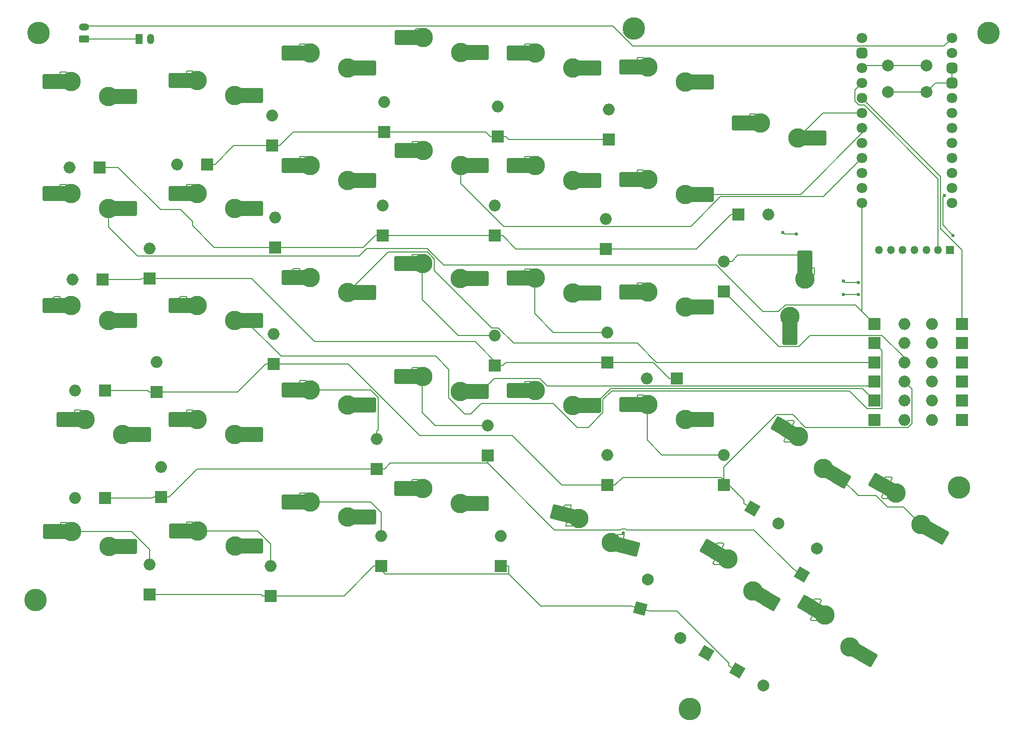
<source format=gtl>
%TF.GenerationSoftware,KiCad,Pcbnew,8.0.2-1*%
%TF.CreationDate,2024-06-04T22:44:41+02:00*%
%TF.ProjectId,keyboard_right,6b657962-6f61-4726-945f-72696768742e,rev?*%
%TF.SameCoordinates,Original*%
%TF.FileFunction,Copper,L1,Top*%
%TF.FilePolarity,Positive*%
%FSLAX46Y46*%
G04 Gerber Fmt 4.6, Leading zero omitted, Abs format (unit mm)*
G04 Created by KiCad (PCBNEW 8.0.2-1) date 2024-06-04 22:44:41*
%MOMM*%
%LPD*%
G01*
G04 APERTURE LIST*
G04 Aperture macros list*
%AMRoundRect*
0 Rectangle with rounded corners*
0 $1 Rounding radius*
0 $2 $3 $4 $5 $6 $7 $8 $9 X,Y pos of 4 corners*
0 Add a 4 corners polygon primitive as box body*
4,1,4,$2,$3,$4,$5,$6,$7,$8,$9,$2,$3,0*
0 Add four circle primitives for the rounded corners*
1,1,$1+$1,$2,$3*
1,1,$1+$1,$4,$5*
1,1,$1+$1,$6,$7*
1,1,$1+$1,$8,$9*
0 Add four rect primitives between the rounded corners*
20,1,$1+$1,$2,$3,$4,$5,0*
20,1,$1+$1,$4,$5,$6,$7,0*
20,1,$1+$1,$6,$7,$8,$9,0*
20,1,$1+$1,$8,$9,$2,$3,0*%
%AMHorizOval*
0 Thick line with rounded ends*
0 $1 width*
0 $2 $3 position (X,Y) of the first rounded end (center of the circle)*
0 $4 $5 position (X,Y) of the second rounded end (center of the circle)*
0 Add line between two ends*
20,1,$1,$2,$3,$4,$5,0*
0 Add two circle primitives to create the rounded ends*
1,1,$1,$2,$3*
1,1,$1,$4,$5*%
%AMRotRect*
0 Rectangle, with rotation*
0 The origin of the aperture is its center*
0 $1 length*
0 $2 width*
0 $3 Rotation angle, in degrees counterclockwise*
0 Add horizontal line*
21,1,$1,$2,0,0,$3*%
G04 Aperture macros list end*
%TA.AperFunction,ComponentPad*%
%ADD10R,2.000000X2.000000*%
%TD*%
%TA.AperFunction,ComponentPad*%
%ADD11O,2.000000X2.000000*%
%TD*%
%TA.AperFunction,ComponentPad*%
%ADD12C,1.800000*%
%TD*%
%TA.AperFunction,ComponentPad*%
%ADD13RoundRect,0.450000X0.450000X0.450000X-0.450000X0.450000X-0.450000X-0.450000X0.450000X-0.450000X0*%
%TD*%
%TA.AperFunction,ComponentPad*%
%ADD14R,1.350000X1.350000*%
%TD*%
%TA.AperFunction,ComponentPad*%
%ADD15O,1.350000X1.350000*%
%TD*%
%TA.AperFunction,ComponentPad*%
%ADD16C,3.800000*%
%TD*%
%TA.AperFunction,ComponentPad*%
%ADD17RoundRect,0.250000X0.625000X-0.350000X0.625000X0.350000X-0.625000X0.350000X-0.625000X-0.350000X0*%
%TD*%
%TA.AperFunction,ComponentPad*%
%ADD18O,1.750000X1.200000*%
%TD*%
%TA.AperFunction,ComponentPad*%
%ADD19RoundRect,0.250000X-0.350000X-0.625000X0.350000X-0.625000X0.350000X0.625000X-0.350000X0.625000X0*%
%TD*%
%TA.AperFunction,ComponentPad*%
%ADD20O,1.200000X1.750000*%
%TD*%
%TA.AperFunction,ComponentPad*%
%ADD21C,3.300000*%
%TD*%
%TA.AperFunction,SMDPad,CuDef*%
%ADD22R,2.500000X1.650000*%
%TD*%
%TA.AperFunction,SMDPad,CuDef*%
%ADD23RoundRect,0.250000X-1.000000X1.025000X-1.000000X-1.025000X1.000000X-1.025000X1.000000X1.025000X0*%
%TD*%
%TA.AperFunction,SMDPad,CuDef*%
%ADD24R,1.650000X2.500000*%
%TD*%
%TA.AperFunction,SMDPad,CuDef*%
%ADD25RoundRect,0.250000X-1.025000X-1.000000X1.025000X-1.000000X1.025000X1.000000X-1.025000X1.000000X0*%
%TD*%
%TA.AperFunction,ComponentPad*%
%ADD26RotRect,2.000000X2.000000X330.000000*%
%TD*%
%TA.AperFunction,ComponentPad*%
%ADD27HorizOval,2.000000X0.000000X0.000000X0.000000X0.000000X0*%
%TD*%
%TA.AperFunction,SMDPad,CuDef*%
%ADD28RotRect,1.650000X2.500000X150.000000*%
%TD*%
%TA.AperFunction,SMDPad,CuDef*%
%ADD29RoundRect,0.250000X-1.387676X-0.353525X0.387676X-1.378525X1.387676X0.353525X-0.387676X1.378525X0*%
%TD*%
%TA.AperFunction,SMDPad,CuDef*%
%ADD30RotRect,1.650000X2.500000X330.000000*%
%TD*%
%TA.AperFunction,ComponentPad*%
%ADD31RotRect,2.000000X2.000000X150.000000*%
%TD*%
%TA.AperFunction,ComponentPad*%
%ADD32HorizOval,2.000000X0.000000X0.000000X0.000000X0.000000X0*%
%TD*%
%TA.AperFunction,SMDPad,CuDef*%
%ADD33RotRect,1.650000X2.500000X345.000000*%
%TD*%
%TA.AperFunction,SMDPad,CuDef*%
%ADD34RoundRect,0.250000X-1.248893X-0.700636X0.731255X-1.231215X1.248893X0.700636X-0.731255X1.231215X0*%
%TD*%
%TA.AperFunction,SMDPad,CuDef*%
%ADD35RotRect,1.650000X2.500000X165.000000*%
%TD*%
%TA.AperFunction,ComponentPad*%
%ADD36RotRect,2.000000X2.000000X75.000000*%
%TD*%
%TA.AperFunction,ComponentPad*%
%ADD37HorizOval,2.000000X0.000000X0.000000X0.000000X0.000000X0*%
%TD*%
%TA.AperFunction,ComponentPad*%
%ADD38HorizOval,2.000000X0.000000X0.000000X0.000000X0.000000X0*%
%TD*%
%TA.AperFunction,ComponentPad*%
%ADD39RotRect,2.000000X2.000000X60.000000*%
%TD*%
%TA.AperFunction,ComponentPad*%
%ADD40C,2.000000*%
%TD*%
%TA.AperFunction,ViaPad*%
%ADD41C,0.600000*%
%TD*%
%TA.AperFunction,Conductor*%
%ADD42C,0.200000*%
%TD*%
G04 APERTURE END LIST*
D10*
%TO.P,D_I_[6:1]1,1,K*%
%TO.N,Pin_6*%
X183960000Y-96000000D03*
D11*
%TO.P,D_I_[6:1]1,2,A*%
%TO.N,Net-(D[1:5]1-K)*%
X189040000Y-96000000D03*
%TD*%
D10*
%TO.P,D_I_[3:2]1,1,K*%
%TO.N,Pin_Interrupt*%
X198790000Y-86250000D03*
D11*
%TO.P,D_I_[3:2]1,2,A*%
%TO.N,Net-(D[1:2]1-K)*%
X193710000Y-86250000D03*
%TD*%
D10*
%TO.P,D_I_[2:1]1,1,K*%
%TO.N,Pin_2*%
X183960000Y-83000000D03*
D11*
%TO.P,D_I_[2:1]1,2,A*%
%TO.N,Net-(D[1:1]1-K)*%
X189040000Y-83000000D03*
%TD*%
D10*
%TO.P,D_I_[5:1]1,1,K*%
%TO.N,Pin_5*%
X183960000Y-92750000D03*
D11*
%TO.P,D_I_[5:1]1,2,A*%
%TO.N,Net-(D[1:4]1-K)*%
X189040000Y-92750000D03*
%TD*%
D10*
%TO.P,DI_[1:1]1,1,K*%
%TO.N,Pin_1*%
X183960000Y-79750000D03*
D11*
%TO.P,DI_[1:1]1,2,A*%
%TO.N,Net-(DI_[1:1]1-A)*%
X189040000Y-79750000D03*
%TD*%
D12*
%TO.P,U1,1,1*%
%TO.N,B-*%
X197120000Y-31337500D03*
%TO.P,U1,2,0*%
%TO.N,DISPL_CS*%
X197120000Y-33877500D03*
D13*
%TO.P,U1,3,GND*%
%TO.N,GND*%
X197120000Y-36417500D03*
%TO.P,U1,4,GND*%
X197120000Y-38957500D03*
D12*
%TO.P,U1,5,2*%
%TO.N,unconnected-(U1-2-Pad5)*%
X197120000Y-41497500D03*
%TO.P,U1,6,3*%
%TO.N,unconnected-(U1-3-Pad6)*%
X197120000Y-44037500D03*
%TO.P,U1,7,4*%
%TO.N,unconnected-(U1-4-Pad7)*%
X197120000Y-46577500D03*
%TO.P,U1,8,5*%
%TO.N,unconnected-(U1-5-Pad8)*%
X197120000Y-49117500D03*
%TO.P,U1,9,6*%
%TO.N,DISPL_DC*%
X197120000Y-51657500D03*
%TO.P,U1,10,7*%
%TO.N,DISPL_D1_MOSI*%
X197120000Y-54197500D03*
%TO.P,U1,11,8*%
%TO.N,DISPL_D0_SCK*%
X197120000Y-56737500D03*
%TO.P,U1,12,9*%
%TO.N,DISPL_RES*%
X197120000Y-59277500D03*
%TO.P,U1,13,B+*%
%TO.N,SW_B+*%
X181880000Y-31337500D03*
D13*
%TO.P,U1,14,GND*%
%TO.N,GND*%
X181880000Y-33877500D03*
D12*
%TO.P,U1,15,RST*%
%TO.N,RESET*%
X181880000Y-36417500D03*
%TO.P,U1,16,3.3v*%
%TO.N,VCC_3.3V*%
X181880000Y-38957500D03*
%TO.P,U1,17,21*%
%TO.N,Pin_Interrupt*%
X181880000Y-41497500D03*
%TO.P,U1,18,20*%
%TO.N,Pin_7*%
X181880000Y-44037500D03*
%TO.P,U1,19,19*%
%TO.N,Pin_6*%
X181880000Y-46577500D03*
%TO.P,U1,20,18*%
%TO.N,Pin_5*%
X181880000Y-49117500D03*
%TO.P,U1,21,15*%
%TO.N,Pin_4*%
X181880000Y-51657500D03*
%TO.P,U1,22,14*%
%TO.N,Pin_3*%
X181880000Y-54197500D03*
%TO.P,U1,23,16*%
%TO.N,Pin_2*%
X181880000Y-56737500D03*
%TO.P,U1,24,10*%
%TO.N,Pin_1*%
X181880000Y-59277500D03*
%TD*%
D10*
%TO.P,D_I_[4:1]1,1,K*%
%TO.N,Pin_4*%
X183960000Y-89500000D03*
D11*
%TO.P,D_I_[4:1]1,2,A*%
%TO.N,Net-(D[1:3]1-K)*%
X189040000Y-89500000D03*
%TD*%
D14*
%TO.P,Display,1,Pin_1*%
%TO.N,GND*%
X196750000Y-67250000D03*
D15*
%TO.P,Display,2,Pin_2*%
%TO.N,VCC_3.3V*%
X194750000Y-67250000D03*
%TO.P,Display,3,Pin_3*%
%TO.N,DISPL_D0_SCK*%
X192750000Y-67250000D03*
%TO.P,Display,4,Pin_4*%
%TO.N,DISPL_D1_MOSI*%
X190750000Y-67250000D03*
%TO.P,Display,5,Pin_5*%
%TO.N,DISPL_RES*%
X188750000Y-67250000D03*
%TO.P,Display,6,Pin_6*%
%TO.N,DISPL_DC*%
X186750000Y-67250000D03*
%TO.P,Display,7,Pin_7*%
%TO.N,DISPL_CS*%
X184750000Y-67250000D03*
%TD*%
D10*
%TO.P,D_I[1:2]1,1,K*%
%TO.N,Pin_Interrupt*%
X198790000Y-79750000D03*
D11*
%TO.P,D_I[1:2]1,2,A*%
%TO.N,Net-(DI_[1:1]1-A)*%
X193710000Y-79750000D03*
%TD*%
D10*
%TO.P,D_I_[5:2]1,1,K*%
%TO.N,Pin_Interrupt*%
X198790000Y-92750000D03*
D11*
%TO.P,D_I_[5:2]1,2,A*%
%TO.N,Net-(D[1:4]1-K)*%
X193710000Y-92750000D03*
%TD*%
D10*
%TO.P,D_I_[4:2]1,1,K*%
%TO.N,Pin_Interrupt*%
X198790000Y-89500000D03*
D11*
%TO.P,D_I_[4:2]1,2,A*%
%TO.N,Net-(D[1:3]1-K)*%
X193710000Y-89500000D03*
%TD*%
D10*
%TO.P,D_I_[6:2]1,1,K*%
%TO.N,Pin_Interrupt*%
X198790000Y-96000000D03*
D11*
%TO.P,D_I_[6:2]1,2,A*%
%TO.N,Net-(D[1:5]1-K)*%
X193710000Y-96000000D03*
%TD*%
D10*
%TO.P,D_I_[2:2]1,1,K*%
%TO.N,Pin_Interrupt*%
X198790000Y-83000000D03*
D11*
%TO.P,D_I_[2:2]1,2,A*%
%TO.N,Net-(D[1:1]1-K)*%
X193710000Y-83000000D03*
%TD*%
D10*
%TO.P,D_I_[3:1]1,1,K*%
%TO.N,Pin_3*%
X183960000Y-86250000D03*
D11*
%TO.P,D_I_[3:1]1,2,A*%
%TO.N,Net-(D[1:2]1-K)*%
X189040000Y-86250000D03*
%TD*%
D16*
%TO.P,H1,1*%
%TO.N,N/C*%
X198250000Y-107500000D03*
%TD*%
%TO.P,H2,1*%
%TO.N,N/C*%
X42500000Y-30500000D03*
%TD*%
D17*
%TO.P,Battery1,1,Pin_1*%
%TO.N,B+*%
X50200000Y-31500000D03*
D18*
%TO.P,Battery1,2,Pin_2*%
%TO.N,B-*%
X50200000Y-29500000D03*
%TD*%
D16*
%TO.P,H3,1*%
%TO.N,N/C*%
X152750000Y-145000000D03*
%TD*%
%TO.P,H6,1*%
%TO.N,N/C*%
X143250000Y-29750000D03*
%TD*%
D19*
%TO.P,ON/OFF1,1,Pin_1*%
%TO.N,B+*%
X59500000Y-31500000D03*
D20*
%TO.P,ON/OFF1,2,Pin_2*%
%TO.N,SW_B+*%
X61500000Y-31500000D03*
%TD*%
D16*
%TO.P,H7,1*%
%TO.N,N/C*%
X203250000Y-30500000D03*
%TD*%
%TO.P,H5,1*%
%TO.N,N/C*%
X42000000Y-126500000D03*
%TD*%
D10*
%TO.P,D[3:2]1,1,K*%
%TO.N,Net-(D[1:1]1-K)*%
X82500000Y-66790000D03*
D11*
%TO.P,D[3:2]1,2,A*%
%TO.N,Net-(D[3:2]1-A)*%
X82500000Y-61710000D03*
%TD*%
D21*
%TO.P,SW_[7:2]1,1,1*%
%TO.N,Pin_7*%
X169690000Y-78480000D03*
D22*
X169690000Y-80305000D03*
D23*
X169690000Y-82030000D03*
%TO.P,SW_[7:2]1,2,2*%
%TO.N,Net-(D[7:2]1-A)*%
X172230000Y-68580000D03*
D22*
X172230000Y-70330000D03*
D21*
X172230000Y-72130000D03*
%TD*%
%TO.P,SW_[1:4]1,1,1*%
%TO.N,Pin_1*%
X56730000Y-98460000D03*
D24*
X58555000Y-98460000D03*
D25*
X60280000Y-98460000D03*
%TO.P,SW_[1:4]1,2,2*%
%TO.N,Net-(D[1:4]1-A)*%
X46830000Y-95920000D03*
D24*
X48580000Y-95920000D03*
D21*
X50380000Y-95920000D03*
%TD*%
D10*
%TO.P,D[4:2]1,1,K*%
%TO.N,Net-(D[1:1]1-K)*%
X100750000Y-64790000D03*
D11*
%TO.P,D[4:2]1,2,A*%
%TO.N,Net-(D[4:2]1-A)*%
X100750000Y-59710000D03*
%TD*%
D10*
%TO.P,D[5:1]1,1,K*%
%TO.N,Net-(DI_[1:1]1-A)*%
X120250000Y-48040000D03*
D11*
%TO.P,D[5:1]1,2,A*%
%TO.N,Net-(D[5:1]1-A)*%
X120250000Y-42960000D03*
%TD*%
%TO.P,D[1:5]1,2,A*%
%TO.N,Net-(D[1:5]1-A)*%
X61250000Y-120460000D03*
D10*
%TO.P,D[1:5]1,1,K*%
%TO.N,Net-(D[1:5]1-K)*%
X61250000Y-125540000D03*
%TD*%
%TO.P,D[6:2]1,1,K*%
%TO.N,Net-(D[1:1]1-K)*%
X138500000Y-67040000D03*
D11*
%TO.P,D[6:2]1,2,A*%
%TO.N,Net-(D[6:2]1-A)*%
X138500000Y-61960000D03*
%TD*%
D21*
%TO.P,SW_[6:1]1,1,1*%
%TO.N,Pin_6*%
X151960000Y-38760000D03*
D24*
X153785000Y-38760000D03*
D25*
X155510000Y-38760000D03*
%TO.P,SW_[6:1]1,2,2*%
%TO.N,Net-(D[6:1]1-A)*%
X142060000Y-36220000D03*
D24*
X143810000Y-36220000D03*
D21*
X145610000Y-36220000D03*
%TD*%
D10*
%TO.P,D[5:2]1,1,K*%
%TO.N,Net-(D[1:1]1-K)*%
X119750000Y-64790000D03*
D11*
%TO.P,D[5:2]1,2,A*%
%TO.N,Net-(D[5:2]1-A)*%
X119750000Y-59710000D03*
%TD*%
D21*
%TO.P,SW_[2:4]1,1,1*%
%TO.N,Pin_2*%
X75674800Y-98460000D03*
D24*
X77499800Y-98460000D03*
D25*
X79224800Y-98460000D03*
%TO.P,SW_[2:4]1,2,2*%
%TO.N,Net-(D[2:4]1-A)*%
X65774800Y-95920000D03*
D24*
X67524800Y-95920000D03*
D21*
X69324800Y-95920000D03*
%TD*%
%TO.P,SW_[2:5]1,1,1*%
%TO.N,Pin_2*%
X75730000Y-117390500D03*
D24*
X77555000Y-117390500D03*
D25*
X79280000Y-117390500D03*
%TO.P,SW_[2:5]1,2,2*%
%TO.N,Net-(D[2:5]1-A)*%
X65830000Y-114850500D03*
D24*
X67580000Y-114850500D03*
D21*
X69380000Y-114850500D03*
%TD*%
%TO.P,SW_[1:3]1,2,2*%
%TO.N,Net-(D[1:3]1-A)*%
X47960000Y-76670000D03*
D24*
X46160000Y-76670000D03*
D25*
X44410000Y-76670000D03*
%TO.P,SW_[1:3]1,1,1*%
%TO.N,Pin_1*%
X57860000Y-79210000D03*
D24*
X56135000Y-79210000D03*
D21*
X54310000Y-79210000D03*
%TD*%
D10*
%TO.P,D[6:1]1,1,K*%
%TO.N,Net-(DI_[1:1]1-A)*%
X139000000Y-48540000D03*
D11*
%TO.P,D[6:1]1,2,A*%
%TO.N,Net-(D[6:1]1-A)*%
X139000000Y-43460000D03*
%TD*%
D10*
%TO.P,D[4:5]1,1,K*%
%TO.N,Net-(D[1:5]1-K)*%
X120750000Y-120790000D03*
D11*
%TO.P,D[4:5]1,2,A*%
%TO.N,Net-(D[4:5]1-A)*%
X120750000Y-115710000D03*
%TD*%
D26*
%TO.P,D[7:3]1,1,K*%
%TO.N,Net-(D[1:3]1-K)*%
X163300300Y-110980000D03*
D27*
%TO.P,D[7:3]1,2,A*%
%TO.N,Net-(D[7:3]1-A)*%
X167699709Y-113520000D03*
%TD*%
D21*
%TO.P,SW_[6:3]1,1,1*%
%TO.N,Pin_6*%
X151960000Y-76890500D03*
D24*
X153785000Y-76890500D03*
D25*
X155510000Y-76890500D03*
%TO.P,SW_[6:3]1,2,2*%
%TO.N,Net-(D[6:3]1-A)*%
X142060000Y-74350500D03*
D24*
X143810000Y-74350500D03*
D21*
X145610000Y-74350500D03*
%TD*%
%TO.P,SW_[6:5]1,1,1*%
%TO.N,Pin_6*%
X163369557Y-124955295D03*
D28*
X164950053Y-125867795D03*
D29*
X166443947Y-126730295D03*
%TO.P,SW_[6:5]1,2,2*%
%TO.N,Net-(D[6:5]1-A)*%
X156065905Y-117805591D03*
D30*
X157581450Y-118680591D03*
D21*
X159140295Y-119580591D03*
%TD*%
%TO.P,SW_[2:2]1,1,1*%
%TO.N,Pin_2*%
X75674800Y-60210000D03*
D24*
X77499800Y-60210000D03*
D25*
X79224800Y-60210000D03*
%TO.P,SW_[2:2]1,2,2*%
%TO.N,Net-(D[2:2]1-A)*%
X65774800Y-57670000D03*
D24*
X67524800Y-57670000D03*
D21*
X69324800Y-57670000D03*
%TD*%
%TO.P,SW_[4:3]1,1,1*%
%TO.N,Pin_4*%
X113890000Y-72090500D03*
D24*
X115715000Y-72090500D03*
D25*
X117440000Y-72090500D03*
%TO.P,SW_[4:3]1,2,2*%
%TO.N,Net-(D[4:3]1-A)*%
X103990000Y-69550500D03*
D24*
X105740000Y-69550500D03*
D21*
X107540000Y-69550500D03*
%TD*%
D10*
%TO.P,D[1:1]1,1,K*%
%TO.N,Net-(D[1:1]1-K)*%
X52790000Y-53250000D03*
D11*
%TO.P,D[1:1]1,2,A*%
%TO.N,Net-(D[1:1]1-A)*%
X47710000Y-53250000D03*
%TD*%
D10*
%TO.P,D[4:1]1,1,K*%
%TO.N,Net-(DI_[1:1]1-A)*%
X101000000Y-47290000D03*
D11*
%TO.P,D[4:1]1,2,A*%
%TO.N,Net-(D[4:1]1-A)*%
X101000000Y-42210000D03*
%TD*%
D10*
%TO.P,D[2:4]1,1,K*%
%TO.N,Net-(D[1:4]1-K)*%
X63250000Y-109040000D03*
D11*
%TO.P,D[2:4]1,2,A*%
%TO.N,Net-(D[2:4]1-A)*%
X63250000Y-103960000D03*
%TD*%
D10*
%TO.P,D[1:4]1,1,K*%
%TO.N,Net-(D[1:4]1-K)*%
X53790000Y-109250000D03*
D11*
%TO.P,D[1:4]1,2,A*%
%TO.N,Net-(D[1:4]1-A)*%
X48710000Y-109250000D03*
%TD*%
D31*
%TO.P,D[6:5]1,1,K*%
%TO.N,Net-(D[1:4]1-K)*%
X155500000Y-135500000D03*
D32*
%TO.P,D[6:5]1,2,A*%
%TO.N,Net-(D[6:5]1-A)*%
X151100591Y-132960000D03*
%TD*%
D21*
%TO.P,SW_[6:4]1,1,1*%
%TO.N,Pin_6*%
X151960000Y-95910000D03*
D24*
X153785000Y-95910000D03*
D25*
X155510000Y-95910000D03*
%TO.P,SW_[6:4]1,2,2*%
%TO.N,Net-(D[6:4]1-A)*%
X142060000Y-93370000D03*
D24*
X143810000Y-93370000D03*
D21*
X145610000Y-93370000D03*
%TD*%
%TO.P,SW_[5:5]1,2,2*%
%TO.N,Net-(D[5:5]1-A)*%
X133954448Y-112670895D03*
D33*
X132215781Y-112205022D03*
D34*
X130525412Y-111752089D03*
%TO.P,SW_[5:5]1,1,1*%
%TO.N,Pin_5*%
X142859714Y-117686657D03*
D35*
X141193492Y-117240192D03*
D21*
X139430677Y-116767850D03*
%TD*%
D10*
%TO.P,D[6:4]1,1,K*%
%TO.N,Net-(D[1:3]1-K)*%
X158500000Y-107040000D03*
D11*
%TO.P,D[6:4]1,2,A*%
%TO.N,Net-(D[6:4]1-A)*%
X158500000Y-101960000D03*
%TD*%
D21*
%TO.P,SW_[7:3]1,1,1*%
%TO.N,Pin_7*%
X175320157Y-104215295D03*
D28*
X176900653Y-105127795D03*
D29*
X178394547Y-105990295D03*
%TO.P,SW_[7:3]1,2,2*%
%TO.N,Net-(D[7:3]1-A)*%
X168016505Y-97065591D03*
D30*
X169532050Y-97940591D03*
D21*
X171090895Y-98840591D03*
%TD*%
%TO.P,SW_[3:1]1,1,1*%
%TO.N,Pin_3*%
X94810000Y-36410600D03*
D24*
X96635000Y-36410600D03*
D25*
X98360000Y-36410600D03*
%TO.P,SW_[3:1]1,2,2*%
%TO.N,Net-(D[3:1]1-A)*%
X84910000Y-33870600D03*
D24*
X86660000Y-33870600D03*
D21*
X88460000Y-33870600D03*
%TD*%
%TO.P,SW_[6:2]1,1,1*%
%TO.N,Pin_6*%
X151960000Y-57810000D03*
D24*
X153785000Y-57810000D03*
D25*
X155510000Y-57810000D03*
%TO.P,SW_[6:2]1,2,2*%
%TO.N,Net-(D[6:2]1-A)*%
X142060000Y-55270000D03*
D24*
X143810000Y-55270000D03*
D21*
X145610000Y-55270000D03*
%TD*%
D10*
%TO.P,D[5:4]1,1,K*%
%TO.N,Net-(D[1:3]1-K)*%
X138750000Y-107040000D03*
D11*
%TO.P,D[5:4]1,2,A*%
%TO.N,Net-(D[5:4]1-A)*%
X138750000Y-101960000D03*
%TD*%
D36*
%TO.P,D[5:5]1,1,K*%
%TO.N,Net-(D[1:5]1-K)*%
X144342600Y-127953500D03*
D37*
%TO.P,D[5:5]1,2,A*%
%TO.N,Net-(D[5:5]1-A)*%
X145657400Y-123046597D03*
%TD*%
D11*
%TO.P,D[1:2]1,2,A*%
%TO.N,Net-(D[1:2]1-A)*%
X48210000Y-72250000D03*
D10*
%TO.P,D[1:2]1,1,K*%
%TO.N,Net-(D[1:2]1-K)*%
X53290000Y-72250000D03*
%TD*%
%TO.P,D[2:3]1,1,K*%
%TO.N,Net-(D[1:3]1-K)*%
X62500000Y-91290000D03*
D11*
%TO.P,D[2:3]1,2,A*%
%TO.N,Net-(D[2:3]1-A)*%
X62500000Y-86210000D03*
%TD*%
D21*
%TO.P,SW_[5:3]1,1,1*%
%TO.N,Pin_5*%
X132910000Y-74510000D03*
D24*
X134735000Y-74510000D03*
D25*
X136460000Y-74510000D03*
%TO.P,SW_[5:3]1,2,2*%
%TO.N,Net-(D[5:3]1-A)*%
X123010000Y-71970000D03*
D24*
X124760000Y-71970000D03*
D21*
X126560000Y-71970000D03*
%TD*%
D10*
%TO.P,D[2:2]1,1,K*%
%TO.N,Net-(D[1:2]1-K)*%
X61250000Y-72040000D03*
D11*
%TO.P,D[2:2]1,2,A*%
%TO.N,Net-(D[2:2]1-A)*%
X61250000Y-66960000D03*
%TD*%
D21*
%TO.P,SW_[7:5]1,1,1*%
%TO.N,Pin_7*%
X179819557Y-134455295D03*
D28*
X181400053Y-135367795D03*
D29*
X182893947Y-136230295D03*
%TO.P,SW_[7:5]1,2,2*%
%TO.N,Net-(D[7:5]1-A)*%
X172515905Y-127305591D03*
D30*
X174031450Y-128180591D03*
D21*
X175590295Y-129080591D03*
%TD*%
%TO.P,SW_[3:4]1,1,1*%
%TO.N,Pin_3*%
X94810000Y-93460000D03*
D24*
X96635000Y-93460000D03*
D25*
X98360000Y-93460000D03*
%TO.P,SW_[3:4]1,2,2*%
%TO.N,Net-(D[3:4]1-A)*%
X84910000Y-90920000D03*
D24*
X86660000Y-90920000D03*
D21*
X88460000Y-90920000D03*
%TD*%
D10*
%TO.P,D[3:5]1,1,K*%
%TO.N,Net-(D[1:5]1-K)*%
X100500000Y-120790000D03*
D11*
%TO.P,D[3:5]1,2,A*%
%TO.N,Net-(D[3:5]1-A)*%
X100500000Y-115710000D03*
%TD*%
%TO.P,D[1:3]1,2,A*%
%TO.N,Net-(D[1:3]1-A)*%
X48710000Y-91000000D03*
D10*
%TO.P,D[1:3]1,1,K*%
%TO.N,Net-(D[1:3]1-K)*%
X53790000Y-91000000D03*
%TD*%
%TO.P,D[4:4]1,1,K*%
%TO.N,Net-(D[1:4]1-K)*%
X118500000Y-102040000D03*
D11*
%TO.P,D[4:4]1,2,A*%
%TO.N,Net-(D[4:4]1-A)*%
X118500000Y-96960000D03*
%TD*%
D21*
%TO.P,SW_[5:1]1,1,1*%
%TO.N,Pin_5*%
X132910000Y-36410000D03*
D24*
X134735000Y-36410000D03*
D25*
X136460000Y-36410000D03*
%TO.P,SW_[5:1]1,2,2*%
%TO.N,Net-(D[5:1]1-A)*%
X123010000Y-33870000D03*
D24*
X124760000Y-33870000D03*
D21*
X126560000Y-33870000D03*
%TD*%
D10*
%TO.P,D[7:1]1,1,K*%
%TO.N,Net-(D[1:1]1-K)*%
X160960000Y-61250000D03*
D11*
%TO.P,D[7:1]1,2,A*%
%TO.N,Net-(D[7:1]1-A)*%
X166040000Y-61250000D03*
%TD*%
D21*
%TO.P,SW_[4:5]1,1,1*%
%TO.N,Pin_4*%
X113874800Y-110210000D03*
D24*
X115699800Y-110210000D03*
D25*
X117424800Y-110210000D03*
%TO.P,SW_[4:5]1,2,2*%
%TO.N,Net-(D[4:5]1-A)*%
X103974800Y-107670000D03*
D24*
X105724800Y-107670000D03*
D21*
X107524800Y-107670000D03*
%TD*%
%TO.P,SW_[1:5]1,1,1*%
%TO.N,Pin_1*%
X54390000Y-117460000D03*
D24*
X56215000Y-117460000D03*
D25*
X57940000Y-117460000D03*
%TO.P,SW_[1:5]1,2,2*%
%TO.N,Net-(D[1:5]1-A)*%
X44490000Y-114920000D03*
D24*
X46240000Y-114920000D03*
D21*
X48040000Y-114920000D03*
%TD*%
%TO.P,SW_[4:4]1,1,1*%
%TO.N,Pin_4*%
X113874800Y-91210000D03*
D24*
X115699800Y-91210000D03*
D25*
X117424800Y-91210000D03*
%TO.P,SW_[4:4]1,2,2*%
%TO.N,Net-(D[4:4]1-A)*%
X103974800Y-88670000D03*
D24*
X105724800Y-88670000D03*
D21*
X107524800Y-88670000D03*
%TD*%
%TO.P,SW_[2:1]1,1,1*%
%TO.N,Pin_2*%
X75690000Y-41060000D03*
D24*
X77515000Y-41060000D03*
D25*
X79240000Y-41060000D03*
%TO.P,SW_[2:1]1,2,2*%
%TO.N,Net-(D[2:1]1-A)*%
X65790000Y-38520000D03*
D24*
X67540000Y-38520000D03*
D21*
X69340000Y-38520000D03*
%TD*%
D10*
%TO.P,D[7:2]1,1,K*%
%TO.N,Net-(D[1:2]1-K)*%
X158500000Y-74290000D03*
D11*
%TO.P,D[7:2]1,2,A*%
%TO.N,Net-(D[7:2]1-A)*%
X158500000Y-69210000D03*
%TD*%
D21*
%TO.P,SW_[5:4]1,1,1*%
%TO.N,Pin_5*%
X132910000Y-93560000D03*
D24*
X134735000Y-93560000D03*
D25*
X136460000Y-93560000D03*
%TO.P,SW_[5:4]1,2,2*%
%TO.N,Net-(D[5:4]1-A)*%
X123010000Y-91020000D03*
D24*
X124760000Y-91020000D03*
D21*
X126560000Y-91020000D03*
%TD*%
D10*
%TO.P,D[2:5]1,1,K*%
%TO.N,Net-(D[1:5]1-K)*%
X81750000Y-125790000D03*
D11*
%TO.P,D[2:5]1,2,A*%
%TO.N,Net-(D[2:5]1-A)*%
X81750000Y-120710000D03*
%TD*%
D26*
%TO.P,D[7:5]1,1,K*%
%TO.N,Net-(D[1:5]1-K)*%
X160800300Y-138480000D03*
D27*
%TO.P,D[7:5]1,2,A*%
%TO.N,Net-(D[7:5]1-A)*%
X165199709Y-141020000D03*
%TD*%
D21*
%TO.P,SW_[2:3]1,2,2*%
%TO.N,Net-(D[2:3]1-A)*%
X69324800Y-76670000D03*
D24*
X67524800Y-76670000D03*
D25*
X65774800Y-76670000D03*
%TO.P,SW_[2:3]1,1,1*%
%TO.N,Pin_2*%
X79224800Y-79210000D03*
D24*
X77499800Y-79210000D03*
D21*
X75674800Y-79210000D03*
%TD*%
%TO.P,SW_[4:2]1,1,1*%
%TO.N,Pin_4*%
X113910000Y-52960000D03*
D24*
X115735000Y-52960000D03*
D25*
X117460000Y-52960000D03*
%TO.P,SW_[4:2]1,2,2*%
%TO.N,Net-(D[4:2]1-A)*%
X104010000Y-50420000D03*
D24*
X105760000Y-50420000D03*
D21*
X107560000Y-50420000D03*
%TD*%
%TO.P,SW_[4:1]1,1,1*%
%TO.N,Pin_4*%
X113910000Y-33810000D03*
D24*
X115735000Y-33810000D03*
D25*
X117460000Y-33810000D03*
%TO.P,SW_[4:1]1,2,2*%
%TO.N,Net-(D[4:1]1-A)*%
X104010000Y-31270000D03*
D24*
X105760000Y-31270000D03*
D21*
X107560000Y-31270000D03*
%TD*%
D38*
%TO.P,D[7:4]1,2,A*%
%TO.N,Net-(D[7:4]1-A)*%
X174270000Y-117800291D03*
D39*
%TO.P,D[7:4]1,1,K*%
%TO.N,Net-(D[1:4]1-K)*%
X171730000Y-122199700D03*
%TD*%
D21*
%TO.P,SW_[3:5]1,1,1*%
%TO.N,Pin_3*%
X94810000Y-112460000D03*
D24*
X96635000Y-112460000D03*
D25*
X98360000Y-112460000D03*
%TO.P,SW_[3:5]1,2,2*%
%TO.N,Net-(D[3:5]1-A)*%
X84910000Y-109920000D03*
D24*
X86660000Y-109920000D03*
D21*
X88460000Y-109920000D03*
%TD*%
D10*
%TO.P,D[3:3]1,1,K*%
%TO.N,Net-(D[1:3]1-K)*%
X82250000Y-86540000D03*
D11*
%TO.P,D[3:3]1,2,A*%
%TO.N,Net-(D[3:3]1-A)*%
X82250000Y-81460000D03*
%TD*%
D10*
%TO.P,D[3:4]1,1,K*%
%TO.N,Net-(D[1:4]1-K)*%
X99750000Y-104290000D03*
D11*
%TO.P,D[3:4]1,2,A*%
%TO.N,Net-(D[3:4]1-A)*%
X99750000Y-99210000D03*
%TD*%
D21*
%TO.P,SW_[7:4]1,1,1*%
%TO.N,Pin_7*%
X191869557Y-113755295D03*
D28*
X193450053Y-114667795D03*
D29*
X194943947Y-115530295D03*
%TO.P,SW_[7:4]1,2,2*%
%TO.N,Net-(D[7:4]1-A)*%
X184565905Y-106605591D03*
D30*
X186081450Y-107480591D03*
D21*
X187640295Y-108380591D03*
%TD*%
%TO.P,SW_[1:1]1,1,1*%
%TO.N,Pin_1*%
X54310000Y-41210000D03*
D24*
X56135000Y-41210000D03*
D25*
X57860000Y-41210000D03*
%TO.P,SW_[1:1]1,2,2*%
%TO.N,Net-(D[1:1]1-A)*%
X44410000Y-38670000D03*
D24*
X46160000Y-38670000D03*
D21*
X47960000Y-38670000D03*
%TD*%
%TO.P,SW_[5:2]1,1,1*%
%TO.N,Pin_5*%
X132910000Y-55460000D03*
D24*
X134735000Y-55460000D03*
D25*
X136460000Y-55460000D03*
%TO.P,SW_[5:2]1,2,2*%
%TO.N,Net-(D[5:2]1-A)*%
X123010000Y-52920000D03*
D24*
X124760000Y-52920000D03*
D21*
X126560000Y-52920000D03*
%TD*%
D10*
%TO.P,D[6:3]1,1,K*%
%TO.N,Net-(D[1:2]1-K)*%
X150540000Y-89000000D03*
D11*
%TO.P,D[6:3]1,2,A*%
%TO.N,Net-(D[6:3]1-A)*%
X145460000Y-89000000D03*
%TD*%
D21*
%TO.P,SW_[3:2]1,1,1*%
%TO.N,Pin_3*%
X94810000Y-55460100D03*
D24*
X96635000Y-55460100D03*
D25*
X98360000Y-55460100D03*
%TO.P,SW_[3:2]1,2,2*%
%TO.N,Net-(D[3:2]1-A)*%
X84910000Y-52920100D03*
D24*
X86660000Y-52920100D03*
D21*
X88460000Y-52920100D03*
%TD*%
D10*
%TO.P,D[5:3]1,1,K*%
%TO.N,Net-(D[1:2]1-K)*%
X138750000Y-86290000D03*
D11*
%TO.P,D[5:3]1,2,A*%
%TO.N,Net-(D[5:3]1-A)*%
X138750000Y-81210000D03*
%TD*%
D10*
%TO.P,D[4:3]1,1,K*%
%TO.N,Net-(D[1:2]1-K)*%
X119750000Y-86790000D03*
D11*
%TO.P,D[4:3]1,2,A*%
%TO.N,Net-(D[4:3]1-A)*%
X119750000Y-81710000D03*
%TD*%
D21*
%TO.P,SW_[1:2]1,1,1*%
%TO.N,Pin_1*%
X54310000Y-60210000D03*
D24*
X56135000Y-60210000D03*
D25*
X57860000Y-60210000D03*
%TO.P,SW_[1:2]1,2,2*%
%TO.N,Net-(D[1:2]1-A)*%
X44410000Y-57670000D03*
D24*
X46160000Y-57670000D03*
D21*
X47960000Y-57670000D03*
%TD*%
D10*
%TO.P,D[2:1]1,1,K*%
%TO.N,Net-(DI_[1:1]1-A)*%
X71040000Y-52750000D03*
D11*
%TO.P,D[2:1]1,2,A*%
%TO.N,Net-(D[2:1]1-A)*%
X65960000Y-52750000D03*
%TD*%
D21*
%TO.P,SW_[3:3]1,2,2*%
%TO.N,Net-(D[3:3]1-A)*%
X88460000Y-71920000D03*
D24*
X86660000Y-71920000D03*
D25*
X84910000Y-71920000D03*
%TO.P,SW_[3:3]1,1,1*%
%TO.N,Pin_3*%
X98360000Y-74460000D03*
D24*
X96635000Y-74460000D03*
D21*
X94810000Y-74460000D03*
%TD*%
%TO.P,SW_[7:1]1,1,1*%
%TO.N,Pin_7*%
X171010000Y-48310000D03*
D24*
X172835000Y-48310000D03*
D25*
X174560000Y-48310000D03*
%TO.P,SW_[7:1]1,2,2*%
%TO.N,Net-(D[7:1]1-A)*%
X161110000Y-45770000D03*
D24*
X162860000Y-45770000D03*
D21*
X164660000Y-45770000D03*
%TD*%
D10*
%TO.P,D[3:1]1,1,K*%
%TO.N,Net-(DI_[1:1]1-A)*%
X82000000Y-49540000D03*
D11*
%TO.P,D[3:1]1,2,A*%
%TO.N,Net-(D[3:1]1-A)*%
X82000000Y-44460000D03*
%TD*%
D40*
%TO.P,SW1,2*%
%TO.N,RESET*%
X186250000Y-36000000D03*
X192750000Y-36000000D03*
%TO.P,SW1,1*%
%TO.N,GND*%
X186250000Y-40500000D03*
X192750000Y-40500000D03*
%TD*%
D41*
%TO.N,Net-(DI_[1:1]1-A)*%
X181250000Y-72750000D03*
X178750000Y-72500000D03*
%TO.N,Net-(D[1:1]1-K)*%
X170750000Y-64500000D03*
X168500000Y-64250000D03*
X181250000Y-74750000D03*
X178750000Y-74750000D03*
%TO.N,GND*%
X197250000Y-64750000D03*
X195800000Y-58005456D03*
%TO.N,Pin_5*%
X141455000Y-115145300D03*
%TD*%
D42*
%TO.N,Net-(DI_[1:1]1-A)*%
X179000000Y-72750000D02*
X178750000Y-72500000D01*
X181250000Y-72750000D02*
X179000000Y-72750000D01*
%TO.N,Net-(D[1:1]1-K)*%
X181250000Y-74750000D02*
X178750000Y-74750000D01*
X170750000Y-64500000D02*
X168750000Y-64500000D01*
X168750000Y-64500000D02*
X168500000Y-64250000D01*
%TO.N,Net-(D[1:2]1-K)*%
X189040000Y-86250000D02*
X189040000Y-85480000D01*
X189040000Y-85480000D02*
X185260000Y-81700000D01*
X185260000Y-81700000D02*
X173050000Y-81700000D01*
X173050000Y-81700000D02*
X171145000Y-83605000D01*
X171145000Y-83605000D02*
X167815000Y-83605000D01*
X167815000Y-83605000D02*
X158500000Y-74290000D01*
%TO.N,Net-(D[1:3]1-K)*%
X189040000Y-89500000D02*
X190340000Y-90800000D01*
X190340000Y-90800000D02*
X190340000Y-96592704D01*
X190340000Y-96592704D02*
X189632704Y-97300000D01*
X158500000Y-104000000D02*
X158500000Y-107040000D01*
X189632704Y-97300000D02*
X172300000Y-97300000D01*
X172300000Y-97300000D02*
X170134348Y-95134348D01*
X170134348Y-95134348D02*
X167365652Y-95134348D01*
X167365652Y-95134348D02*
X158500000Y-104000000D01*
%TO.N,GND*%
X197120000Y-36417500D02*
X197120000Y-38957500D01*
X192750000Y-40500000D02*
X194292500Y-38957500D01*
X194292500Y-38957500D02*
X197120000Y-38957500D01*
%TO.N,Pin_7*%
X181880000Y-44037500D02*
X175282500Y-44037500D01*
X175282500Y-44037500D02*
X171010000Y-48310000D01*
%TO.N,Pin_Interrupt*%
X195150000Y-63584314D02*
X195150000Y-54767500D01*
X198790000Y-79750000D02*
X198790000Y-67224314D01*
%TO.N,VCC_3.3V*%
X180680000Y-40157500D02*
X181880000Y-38957500D01*
%TO.N,Pin_Interrupt*%
X198790000Y-67224314D02*
X195150000Y-63584314D01*
%TO.N,VCC_3.3V*%
X181382943Y-42697500D02*
X180680000Y-41994557D01*
%TO.N,GND*%
X197250000Y-64750000D02*
X195550000Y-63050000D01*
X195550000Y-63050000D02*
X195550000Y-58255456D01*
X195550000Y-58255456D02*
X195800000Y-58005456D01*
%TO.N,Pin_Interrupt*%
X195150000Y-54767500D02*
X181880000Y-41497500D01*
%TO.N,VCC_3.3V*%
X194750000Y-67250000D02*
X194750000Y-55210443D01*
X194750000Y-55210443D02*
X182237057Y-42697500D01*
X182237057Y-42697500D02*
X181382943Y-42697500D01*
X180680000Y-41994557D02*
X180680000Y-40157500D01*
%TO.N,Pin_1*%
X181880000Y-59277500D02*
X181880000Y-77670000D01*
X181880000Y-77670000D02*
X183960000Y-79750000D01*
%TO.N,Pin_4*%
X181880000Y-51657500D02*
X175327500Y-58210000D01*
X152869744Y-63260000D02*
X121207588Y-63260000D01*
X175327500Y-58210000D02*
X157919744Y-58210000D01*
X121207588Y-63260000D02*
X113910000Y-55962412D01*
X157919744Y-58210000D02*
X152869744Y-63260000D01*
X113910000Y-55962412D02*
X113910000Y-52960000D01*
%TO.N,Pin_6*%
X181880000Y-46577500D02*
X181880000Y-47420443D01*
X181880000Y-47420443D02*
X171490443Y-57810000D01*
X171490443Y-57810000D02*
X151960000Y-57810000D01*
%TO.N,Pin_2*%
X183960000Y-83000000D02*
X185260000Y-84300000D01*
X185260000Y-84300000D02*
X185260000Y-94050000D01*
X179710000Y-91100000D02*
X139485686Y-91100000D01*
X185260000Y-94050000D02*
X182660000Y-94050000D01*
X182660000Y-94050000D02*
X179710000Y-91100000D01*
X139485686Y-91100000D02*
X138035000Y-92550686D01*
X138035000Y-92550686D02*
X138035000Y-94794744D01*
X138035000Y-94794744D02*
X135504744Y-97325000D01*
X133672588Y-97325000D02*
X129590176Y-93242588D01*
X77499800Y-79210000D02*
X75674800Y-79210000D01*
X135504744Y-97325000D02*
X133672588Y-97325000D01*
X129590176Y-93242588D02*
X117384624Y-93242588D01*
X117384624Y-93242588D02*
X115652212Y-94975000D01*
X115652212Y-94975000D02*
X114637388Y-94975000D01*
X114637388Y-94975000D02*
X111924800Y-92262412D01*
X83517193Y-85227393D02*
X77499800Y-79210000D01*
X111924800Y-92262412D02*
X111924800Y-87464414D01*
X111924800Y-87464414D02*
X109687779Y-85227393D01*
X109687779Y-85227393D02*
X83517193Y-85227393D01*
%TO.N,Pin_1*%
X183960000Y-79750000D02*
X180740000Y-76530000D01*
X180740000Y-76530000D02*
X168882283Y-76530000D01*
X168882283Y-76530000D02*
X167740000Y-77672283D01*
X167740000Y-77672283D02*
X165123805Y-77672283D01*
X165123805Y-77672283D02*
X157200000Y-69748478D01*
X157200000Y-69748478D02*
X111061381Y-69748478D01*
X111061381Y-69748478D02*
X108312903Y-67000000D01*
X108312903Y-67000000D02*
X98000000Y-67000000D01*
X98000000Y-67000000D02*
X96740000Y-68260000D01*
X96740000Y-68260000D02*
X59260000Y-68260000D01*
X59260000Y-68260000D02*
X54310000Y-63310000D01*
X54310000Y-63310000D02*
X54310000Y-60210000D01*
%TO.N,Pin_3*%
X183960000Y-86250000D02*
X147053986Y-86250000D01*
X122888478Y-83010000D02*
X120288478Y-80410000D01*
X120288478Y-80410000D02*
X119174275Y-80410000D01*
X109490000Y-68742783D02*
X108346017Y-67598800D01*
X147053986Y-86250000D02*
X143813986Y-83010000D01*
X143813986Y-83010000D02*
X122888478Y-83010000D01*
X119174275Y-80410000D02*
X109490000Y-70725725D01*
X109490000Y-70725725D02*
X109490000Y-68742783D01*
X108346017Y-67598800D02*
X101671200Y-67598800D01*
X101671200Y-67598800D02*
X94810000Y-74460000D01*
%TO.N,Pin_5*%
X139320000Y-90700000D02*
X136460000Y-93560000D01*
%TO.N,Pin_4*%
X119634800Y-89000000D02*
X117424800Y-91210000D01*
%TO.N,Pin_5*%
X181910000Y-90700000D02*
X139320000Y-90700000D01*
%TO.N,Pin_4*%
X128597717Y-90300000D02*
X127297717Y-89000000D01*
%TO.N,Pin_5*%
X183960000Y-92750000D02*
X181910000Y-90700000D01*
%TO.N,Pin_4*%
X183960000Y-89500000D02*
X183160000Y-90300000D01*
X183160000Y-90300000D02*
X128597717Y-90300000D01*
X127297717Y-89000000D02*
X119634800Y-89000000D01*
%TO.N,Net-(D[4:1]1-A)*%
X106534100Y-29720000D02*
X105760000Y-30494100D01*
X106785900Y-29720000D02*
X106534100Y-29720000D01*
X107560000Y-30494100D02*
X106785900Y-29720000D01*
X107560000Y-31270000D02*
X107560000Y-30494100D01*
%TO.N,B-*%
X50200000Y-29500000D02*
X50380000Y-29320000D01*
X50380000Y-29320000D02*
X139708730Y-29320000D01*
X139708730Y-29320000D02*
X143066230Y-32677500D01*
X143066230Y-32677500D02*
X195780000Y-32677500D01*
X195780000Y-32677500D02*
X197120000Y-31337500D01*
%TO.N,RESET*%
X192750000Y-36000000D02*
X186250000Y-36000000D01*
%TO.N,Net-(D[1:5]1-K)*%
X144342600Y-127953500D02*
X142748400Y-127526400D01*
X120750000Y-120790000D02*
X122051700Y-120790000D01*
X150549900Y-128380600D02*
X145936800Y-128380600D01*
X159371000Y-137201700D02*
X150549900Y-128380600D01*
X159371000Y-137654700D02*
X159371000Y-137201700D01*
X160800300Y-138480000D02*
X159371000Y-137654700D01*
X144342600Y-127953500D02*
X145936800Y-128380600D01*
X80198300Y-125540000D02*
X80448300Y-125790000D01*
X61250000Y-125540000D02*
X80198300Y-125540000D01*
X81099200Y-125790000D02*
X80448300Y-125790000D01*
X81099200Y-125790000D02*
X81750000Y-125790000D01*
X94198300Y-125790000D02*
X99198300Y-120790000D01*
X81750000Y-125790000D02*
X94198300Y-125790000D01*
X100500000Y-120790000D02*
X99849200Y-120790000D01*
X99849200Y-120790000D02*
X99198300Y-120790000D01*
X101150900Y-122091700D02*
X122051700Y-122091700D01*
X99849200Y-120790000D02*
X101150900Y-122091700D01*
X127486400Y-127526400D02*
X122051700Y-122091700D01*
X142748400Y-127526400D02*
X127486400Y-127526400D01*
X122051700Y-122091700D02*
X122051700Y-120790000D01*
%TO.N,Net-(D[1:4]1-K)*%
X100400900Y-104290000D02*
X101051700Y-104290000D01*
X100400900Y-104290000D02*
X99750000Y-104290000D01*
X69301700Y-104290000D02*
X64551700Y-109040000D01*
X99750000Y-104290000D02*
X69301700Y-104290000D01*
X63250000Y-109040000D02*
X64551700Y-109040000D01*
X61738300Y-109250000D02*
X61948300Y-109040000D01*
X53790000Y-109250000D02*
X61738300Y-109250000D01*
X63250000Y-109040000D02*
X61948300Y-109040000D01*
X171730000Y-122199700D02*
X170300700Y-121374400D01*
X118500000Y-102040000D02*
X118500000Y-103341700D01*
X102000000Y-103341700D02*
X101051700Y-104290000D01*
X118500000Y-103341700D02*
X102000000Y-103341700D01*
X129784000Y-114625700D02*
X118500000Y-103341700D01*
X140962800Y-114625700D02*
X129784000Y-114625700D01*
X141095700Y-114492800D02*
X140962800Y-114625700D01*
X141859800Y-114492800D02*
X141095700Y-114492800D01*
X141992700Y-114625700D02*
X141859800Y-114492800D01*
X163552000Y-114625700D02*
X141992700Y-114625700D01*
X170300700Y-121374400D02*
X163552000Y-114625700D01*
%TO.N,Net-(D[1:3]1-K)*%
X60908300Y-91000000D02*
X61198300Y-91290000D01*
X53790000Y-91000000D02*
X60908300Y-91000000D01*
X62500000Y-91290000D02*
X61198300Y-91290000D01*
X76198300Y-91290000D02*
X62500000Y-91290000D01*
X80948300Y-86540000D02*
X76198300Y-91290000D01*
X81599200Y-86540000D02*
X80948300Y-86540000D01*
X81599200Y-86540000D02*
X82250000Y-86540000D01*
X161871000Y-109550700D02*
X161871000Y-110154700D01*
X158050400Y-105730100D02*
X161871000Y-109550700D01*
X141361600Y-105730100D02*
X158050400Y-105730100D01*
X140051700Y-107040000D02*
X141361600Y-105730100D01*
X138750000Y-107040000D02*
X140051700Y-107040000D01*
X163300300Y-110980000D02*
X161871000Y-110154700D01*
X94900900Y-86540000D02*
X82250000Y-86540000D01*
X107005000Y-98644100D02*
X94900900Y-86540000D01*
X122685600Y-98644100D02*
X107005000Y-98644100D01*
X131081500Y-107040000D02*
X122685600Y-98644100D01*
X138750000Y-107040000D02*
X131081500Y-107040000D01*
%TO.N,Net-(D[1:2]1-K)*%
X59738300Y-72250000D02*
X59948300Y-72040000D01*
X53290000Y-72250000D02*
X59738300Y-72250000D01*
X61250000Y-72040000D02*
X59948300Y-72040000D01*
X121551700Y-86290000D02*
X138750000Y-86290000D01*
X121051700Y-86790000D02*
X121551700Y-86290000D01*
X146528300Y-86290000D02*
X149238300Y-89000000D01*
X138750000Y-86290000D02*
X146528300Y-86290000D01*
X150540000Y-89000000D02*
X149238300Y-89000000D01*
X119750000Y-86790000D02*
X120400900Y-86790000D01*
X120400900Y-86790000D02*
X121051700Y-86790000D01*
X78521700Y-72040000D02*
X61250000Y-72040000D01*
X89253700Y-82772000D02*
X78521700Y-72040000D01*
X116382900Y-82772000D02*
X89253700Y-82772000D01*
X120400900Y-86790000D02*
X116382900Y-82772000D01*
%TO.N,Net-(D[1:1]1-K)*%
X160960000Y-61250000D02*
X159658300Y-61250000D01*
X72252200Y-66790000D02*
X82500000Y-66790000D01*
X68533700Y-63071500D02*
X72252200Y-66790000D01*
X68533700Y-62449200D02*
X68533700Y-63071500D01*
X66507500Y-60423000D02*
X68533700Y-62449200D01*
X63116600Y-60423000D02*
X66507500Y-60423000D01*
X55943600Y-53250000D02*
X63116600Y-60423000D01*
X52790000Y-53250000D02*
X55943600Y-53250000D01*
X153868300Y-67040000D02*
X138500000Y-67040000D01*
X159658300Y-61250000D02*
X153868300Y-67040000D01*
X123301700Y-67040000D02*
X121051700Y-64790000D01*
X138500000Y-67040000D02*
X123301700Y-67040000D01*
X119750000Y-64790000D02*
X121051700Y-64790000D01*
X82500000Y-66790000D02*
X83801700Y-66790000D01*
X119750000Y-64790000D02*
X100750000Y-64790000D01*
X97448300Y-66790000D02*
X83801700Y-66790000D01*
X99448300Y-64790000D02*
X97448300Y-66790000D01*
X100750000Y-64790000D02*
X99448300Y-64790000D01*
%TO.N,Net-(DI_[1:1]1-A)*%
X71040000Y-52750000D02*
X72341700Y-52750000D01*
X75551700Y-49540000D02*
X72341700Y-52750000D01*
X82000000Y-49540000D02*
X75551700Y-49540000D01*
X82000000Y-49540000D02*
X83301700Y-49540000D01*
X85551700Y-47290000D02*
X101000000Y-47290000D01*
X83301700Y-49540000D02*
X85551700Y-47290000D01*
X118198300Y-47290000D02*
X118948300Y-48040000D01*
X101000000Y-47290000D02*
X118198300Y-47290000D01*
X120250000Y-48040000D02*
X118948300Y-48040000D01*
X122051700Y-48540000D02*
X121551700Y-48040000D01*
X139000000Y-48540000D02*
X122051700Y-48540000D01*
X120250000Y-48040000D02*
X121551700Y-48040000D01*
%TO.N,GND*%
X192750000Y-40500000D02*
X186250000Y-40500000D01*
%TO.N,B+*%
X59500000Y-31500000D02*
X50200000Y-31500000D01*
%TO.N,Net-(D[7:5]1-A)*%
X173331100Y-130012300D02*
X173104600Y-129785800D01*
X174306800Y-130012300D02*
X173331100Y-130012300D01*
X175238500Y-129080600D02*
X174306800Y-130012300D01*
X175590300Y-129080600D02*
X175238500Y-129080600D01*
X174031400Y-128180600D02*
X173104600Y-129785800D01*
X174731800Y-126348900D02*
X174958200Y-126575300D01*
X173756100Y-126348900D02*
X174731800Y-126348900D01*
X172799400Y-127305600D02*
X173756100Y-126348900D01*
X172515900Y-127305600D02*
X172799400Y-127305600D01*
X174031400Y-128180600D02*
X174958200Y-126575300D01*
%TO.N,Net-(D[5:5]1-A)*%
X131612500Y-110414600D02*
X132695500Y-110414600D01*
X130725900Y-111301200D02*
X131612500Y-110414600D01*
X130725900Y-111551600D02*
X130725900Y-111301200D01*
X130525400Y-111752100D02*
X130725900Y-111551600D01*
X132215800Y-112205000D02*
X132695500Y-110414600D01*
X132766100Y-113995500D02*
X131736100Y-113995500D01*
X133705700Y-113055900D02*
X132766100Y-113995500D01*
X133705700Y-112919600D02*
X133705700Y-113055900D01*
X133954400Y-112670900D02*
X133705700Y-112919600D01*
X132215800Y-112205000D02*
X131736100Y-113995500D01*
%TO.N,Net-(D[4:5]1-A)*%
X106749000Y-106118300D02*
X105724800Y-106118300D01*
X107524800Y-106894100D02*
X106749000Y-106118300D01*
X107524800Y-107670000D02*
X107524800Y-106894100D01*
X105724800Y-107670000D02*
X105724800Y-106894100D01*
X105724800Y-106894100D02*
X105724800Y-106118300D01*
X104750700Y-106894100D02*
X103974800Y-107670000D01*
X105724800Y-106894100D02*
X104750700Y-106894100D01*
%TO.N,Net-(D[3:5]1-A)*%
X87684200Y-108368300D02*
X86660000Y-108368300D01*
X88460000Y-109144100D02*
X87684200Y-108368300D01*
X88460000Y-109920000D02*
X88460000Y-109144100D01*
X86660000Y-109920000D02*
X86660000Y-109144100D01*
X86660000Y-109144100D02*
X86660000Y-108368300D01*
X85685900Y-109144100D02*
X84910000Y-109920000D01*
X86660000Y-109144100D02*
X85685900Y-109144100D01*
X98707500Y-109920000D02*
X88460000Y-109920000D01*
X100500000Y-111712500D02*
X98707500Y-109920000D01*
X100500000Y-115710000D02*
X100500000Y-111712500D01*
%TO.N,Net-(D[2:5]1-A)*%
X68604200Y-113298800D02*
X67580000Y-113298800D01*
X69380000Y-114074600D02*
X68604200Y-113298800D01*
X69380000Y-114850500D02*
X69380000Y-114074600D01*
X67580000Y-114850500D02*
X67580000Y-114074600D01*
X67580000Y-114074600D02*
X67580000Y-113298800D01*
X66605900Y-114074600D02*
X65830000Y-114850500D01*
X67580000Y-114074600D02*
X66605900Y-114074600D01*
X79576300Y-114850500D02*
X69380000Y-114850500D01*
X81750000Y-117024200D02*
X79576300Y-114850500D01*
X81750000Y-120710000D02*
X81750000Y-117024200D01*
%TO.N,Net-(D[1:5]1-A)*%
X47264200Y-113368300D02*
X46240000Y-113368300D01*
X48040000Y-114144100D02*
X47264200Y-113368300D01*
X48040000Y-114920000D02*
X48040000Y-114144100D01*
X46240000Y-114920000D02*
X46240000Y-114144100D01*
X46240000Y-114144100D02*
X46240000Y-113368300D01*
X45265900Y-114144100D02*
X44490000Y-114920000D01*
X46240000Y-114144100D02*
X45265900Y-114144100D01*
X58216200Y-114920000D02*
X48040000Y-114920000D01*
X61250000Y-117953800D02*
X58216200Y-114920000D01*
X61250000Y-120460000D02*
X61250000Y-117953800D01*
%TO.N,Net-(D[7:4]1-A)*%
X185381100Y-109312300D02*
X185154600Y-109085800D01*
X186356800Y-109312300D02*
X185381100Y-109312300D01*
X187288500Y-108380600D02*
X186356800Y-109312300D01*
X187640300Y-108380600D02*
X187288500Y-108380600D01*
X186081400Y-107480600D02*
X185154600Y-109085800D01*
X186781800Y-105648900D02*
X187008200Y-105875300D01*
X185806100Y-105648900D02*
X186781800Y-105648900D01*
X184849400Y-106605600D02*
X185806100Y-105648900D01*
X184565900Y-106605600D02*
X184849400Y-106605600D01*
X186081400Y-107480600D02*
X187008200Y-105875300D01*
%TO.N,Net-(D[6:5]1-A)*%
X156881100Y-120512300D02*
X156654600Y-120285800D01*
X157856800Y-120512300D02*
X156881100Y-120512300D01*
X158788500Y-119580600D02*
X157856800Y-120512300D01*
X159140300Y-119580600D02*
X158788500Y-119580600D01*
X157581400Y-118680600D02*
X156654600Y-120285800D01*
X158281800Y-116848900D02*
X158508200Y-117075300D01*
X157306100Y-116848900D02*
X158281800Y-116848900D01*
X156349400Y-117805600D02*
X157306100Y-116848900D01*
X156065900Y-117805600D02*
X156349400Y-117805600D01*
X157581400Y-118680600D02*
X158508200Y-117075300D01*
%TO.N,Net-(D[4:4]1-A)*%
X106749000Y-87118300D02*
X105724800Y-87118300D01*
X107524800Y-87894100D02*
X106749000Y-87118300D01*
X107524800Y-88670000D02*
X107524800Y-87894100D01*
X105724800Y-88670000D02*
X105724800Y-87894100D01*
X105724800Y-87894100D02*
X105724800Y-87118300D01*
X104750700Y-87894100D02*
X103974800Y-88670000D01*
X105724800Y-87894100D02*
X104750700Y-87894100D01*
X107464800Y-88730000D02*
X107524800Y-88670000D01*
X107464800Y-94797100D02*
X107464800Y-88730000D01*
X109627700Y-96960000D02*
X107464800Y-94797100D01*
X118500000Y-96960000D02*
X109627700Y-96960000D01*
%TO.N,Net-(D[3:4]1-A)*%
X86660000Y-90920000D02*
X86660000Y-90144100D01*
X86660000Y-90144100D02*
X86660000Y-89368300D01*
X85685900Y-90144100D02*
X84910000Y-90920000D01*
X86660000Y-90144100D02*
X85685900Y-90144100D01*
X87683700Y-89368300D02*
X86660000Y-89368300D01*
X88460000Y-90144600D02*
X87683700Y-89368300D01*
X88460000Y-90920000D02*
X88460000Y-90144600D01*
X99750000Y-99210000D02*
X99750000Y-97908300D01*
X99952700Y-97705600D02*
X99750000Y-97908300D01*
X99952700Y-92196000D02*
X99952700Y-97705600D01*
X98676700Y-90920000D02*
X99952700Y-92196000D01*
X88460000Y-90920000D02*
X98676700Y-90920000D01*
%TO.N,Net-(D[2:4]1-A)*%
X68549000Y-94368300D02*
X67524800Y-94368300D01*
X69324800Y-95144100D02*
X68549000Y-94368300D01*
X69324800Y-95920000D02*
X69324800Y-95144100D01*
X67524800Y-95920000D02*
X67524800Y-95144100D01*
X67524800Y-95144100D02*
X67524800Y-94368300D01*
X66550700Y-95144100D02*
X65774800Y-95920000D01*
X67524800Y-95144100D02*
X66550700Y-95144100D01*
%TO.N,Net-(D[1:4]1-A)*%
X49604200Y-94368300D02*
X48580000Y-94368300D01*
X50380000Y-95144100D02*
X49604200Y-94368300D01*
X50380000Y-95920000D02*
X50380000Y-95144100D01*
X48580000Y-95920000D02*
X48580000Y-95144100D01*
X48580000Y-95144100D02*
X48580000Y-94368300D01*
X47605900Y-95144100D02*
X46830000Y-95920000D01*
X48580000Y-95144100D02*
X47605900Y-95144100D01*
%TO.N,Net-(D[7:3]1-A)*%
X168831700Y-99772300D02*
X168605200Y-99545800D01*
X169807400Y-99772300D02*
X168831700Y-99772300D01*
X170739100Y-98840600D02*
X169807400Y-99772300D01*
X171090900Y-98840600D02*
X170739100Y-98840600D01*
X169532000Y-97940600D02*
X168605200Y-99545800D01*
X170232400Y-96108900D02*
X170458800Y-96335300D01*
X169256700Y-96108900D02*
X170232400Y-96108900D01*
X168300000Y-97065600D02*
X169256700Y-96108900D01*
X168016500Y-97065600D02*
X168300000Y-97065600D01*
X169532000Y-97940600D02*
X170458800Y-96335300D01*
%TO.N,Net-(D[6:4]1-A)*%
X144834200Y-91818300D02*
X143810000Y-91818300D01*
X145610000Y-92594100D02*
X144834200Y-91818300D01*
X145610000Y-93370000D02*
X145610000Y-92594100D01*
X143810000Y-93370000D02*
X143810000Y-92594100D01*
X143810000Y-92594100D02*
X143810000Y-91818300D01*
X142835900Y-92594100D02*
X142060000Y-93370000D01*
X143810000Y-92594100D02*
X142835900Y-92594100D01*
X145511100Y-93468900D02*
X145610000Y-93370000D01*
X145511100Y-99443700D02*
X145511100Y-93468900D01*
X148027400Y-101960000D02*
X145511100Y-99443700D01*
X158500000Y-101960000D02*
X148027400Y-101960000D01*
%TO.N,Net-(D[5:4]1-A)*%
X125784200Y-89468300D02*
X124760000Y-89468300D01*
X126560000Y-90244100D02*
X125784200Y-89468300D01*
X126560000Y-91020000D02*
X126560000Y-90244100D01*
X124760000Y-91020000D02*
X124760000Y-90244100D01*
X124760000Y-90244100D02*
X124760000Y-89468300D01*
X123785900Y-90244100D02*
X123010000Y-91020000D01*
X124760000Y-90244100D02*
X123785900Y-90244100D01*
%TO.N,Net-(D[3:3]1-A)*%
X85685800Y-70368300D02*
X86660000Y-70368300D01*
X84910000Y-71144100D02*
X85685800Y-70368300D01*
X84910000Y-71920000D02*
X84910000Y-71144100D01*
X86660000Y-71920000D02*
X86660000Y-71144100D01*
X86660000Y-71144100D02*
X86660000Y-70368300D01*
X87684100Y-71144100D02*
X88460000Y-71920000D01*
X86660000Y-71144100D02*
X87684100Y-71144100D01*
%TO.N,Net-(D[2:3]1-A)*%
X66550600Y-75118300D02*
X67524800Y-75118300D01*
X65774800Y-75894100D02*
X66550600Y-75118300D01*
X65774800Y-76670000D02*
X65774800Y-75894100D01*
X67524800Y-76670000D02*
X67524800Y-75894100D01*
X67524800Y-75894100D02*
X67524800Y-75118300D01*
X68548900Y-75894100D02*
X69324800Y-76670000D01*
X67524800Y-75894100D02*
X68548900Y-75894100D01*
%TO.N,Net-(D[1:3]1-A)*%
X45185800Y-75118300D02*
X46160000Y-75118300D01*
X44410000Y-75894100D02*
X45185800Y-75118300D01*
X44410000Y-76670000D02*
X44410000Y-75894100D01*
X46160000Y-76670000D02*
X46160000Y-75894100D01*
X46160000Y-75894100D02*
X46160000Y-75118300D01*
X47184100Y-75894100D02*
X47960000Y-76670000D01*
X46160000Y-75894100D02*
X47184100Y-75894100D01*
%TO.N,Net-(D[7:2]1-A)*%
X171771400Y-68121400D02*
X172230000Y-68580000D01*
X160890300Y-68121400D02*
X171771400Y-68121400D01*
X159801700Y-69210000D02*
X160890300Y-68121400D01*
X158500000Y-69210000D02*
X159801700Y-69210000D01*
X173781700Y-71354200D02*
X173781700Y-70330000D01*
X173005900Y-72130000D02*
X173781700Y-71354200D01*
X172230000Y-72130000D02*
X173005900Y-72130000D01*
X172230000Y-70330000D02*
X173005900Y-70330000D01*
X173005900Y-70330000D02*
X173781700Y-70330000D01*
X172230000Y-69554100D02*
X172230000Y-68580000D01*
X173005900Y-70330000D02*
X172230000Y-69554100D01*
%TO.N,Net-(D[6:3]1-A)*%
X144834200Y-72798800D02*
X143810000Y-72798800D01*
X145610000Y-73574600D02*
X144834200Y-72798800D01*
X145610000Y-74350500D02*
X145610000Y-73574600D01*
X143810000Y-74350500D02*
X143810000Y-73574600D01*
X143810000Y-73574600D02*
X143810000Y-72798800D01*
X142835900Y-73574600D02*
X142060000Y-74350500D01*
X143810000Y-73574600D02*
X142835900Y-73574600D01*
%TO.N,Net-(D[5:3]1-A)*%
X125784200Y-70418300D02*
X124760000Y-70418300D01*
X126560000Y-71194100D02*
X125784200Y-70418300D01*
X126560000Y-71970000D02*
X126560000Y-71194100D01*
X124760000Y-71970000D02*
X124760000Y-71194100D01*
X124760000Y-71194100D02*
X124760000Y-70418300D01*
X123785900Y-71194100D02*
X123010000Y-71970000D01*
X124760000Y-71194100D02*
X123785900Y-71194100D01*
X126461100Y-72068900D02*
X126560000Y-71970000D01*
X126461100Y-78021700D02*
X126461100Y-72068900D01*
X129649400Y-81210000D02*
X126461100Y-78021700D01*
X138750000Y-81210000D02*
X129649400Y-81210000D01*
%TO.N,Net-(D[4:3]1-A)*%
X106764200Y-67998800D02*
X105740000Y-67998800D01*
X107540000Y-68774600D02*
X106764200Y-67998800D01*
X107540000Y-69550500D02*
X107540000Y-68774600D01*
X105740000Y-69550500D02*
X105740000Y-68774600D01*
X105740000Y-68774600D02*
X105740000Y-67998800D01*
X104765900Y-68774600D02*
X103990000Y-69550500D01*
X105740000Y-68774600D02*
X104765900Y-68774600D01*
X107441100Y-69649400D02*
X107540000Y-69550500D01*
X107441100Y-75591900D02*
X107441100Y-69649400D01*
X113559200Y-81710000D02*
X107441100Y-75591900D01*
X119750000Y-81710000D02*
X113559200Y-81710000D01*
%TO.N,Net-(D[2:2]1-A)*%
X68549000Y-56118300D02*
X67524800Y-56118300D01*
X69324800Y-56894100D02*
X68549000Y-56118300D01*
X69324800Y-57670000D02*
X69324800Y-56894100D01*
X67524800Y-57670000D02*
X67524800Y-56894100D01*
X67524800Y-56894100D02*
X67524800Y-56118300D01*
X66550700Y-56894100D02*
X65774800Y-57670000D01*
X67524800Y-56894100D02*
X66550700Y-56894100D01*
%TO.N,Net-(D[1:2]1-A)*%
X47184200Y-56118300D02*
X46160000Y-56118300D01*
X47960000Y-56894100D02*
X47184200Y-56118300D01*
X47960000Y-57670000D02*
X47960000Y-56894100D01*
X46160000Y-57670000D02*
X46160000Y-56894100D01*
X46160000Y-56894100D02*
X46160000Y-56118300D01*
X45185900Y-56894100D02*
X44410000Y-57670000D01*
X46160000Y-56894100D02*
X45185900Y-56894100D01*
%TO.N,Net-(D[7:1]1-A)*%
X163884200Y-44218300D02*
X162860000Y-44218300D01*
X164660000Y-44994100D02*
X163884200Y-44218300D01*
X164660000Y-45770000D02*
X164660000Y-44994100D01*
X162860000Y-45770000D02*
X162860000Y-44994100D01*
X162860000Y-44994100D02*
X162860000Y-44218300D01*
X161885900Y-44994100D02*
X161110000Y-45770000D01*
X162860000Y-44994100D02*
X161885900Y-44994100D01*
%TO.N,Net-(D[6:2]1-A)*%
X144834200Y-53718300D02*
X143810000Y-53718300D01*
X145610000Y-54494100D02*
X144834200Y-53718300D01*
X145610000Y-55270000D02*
X145610000Y-54494100D01*
X143810000Y-55270000D02*
X143810000Y-54494100D01*
X143810000Y-54494100D02*
X143810000Y-53718300D01*
X142835900Y-54494100D02*
X142060000Y-55270000D01*
X143810000Y-54494100D02*
X142835900Y-54494100D01*
%TO.N,Net-(D[5:2]1-A)*%
X125784200Y-51368300D02*
X124760000Y-51368300D01*
X126560000Y-52144100D02*
X125784200Y-51368300D01*
X126560000Y-52920000D02*
X126560000Y-52144100D01*
X124760000Y-52920000D02*
X124760000Y-52144100D01*
X124760000Y-52144100D02*
X124760000Y-51368300D01*
X123785900Y-52144100D02*
X123010000Y-52920000D01*
X124760000Y-52144100D02*
X123785900Y-52144100D01*
%TO.N,Net-(D[4:2]1-A)*%
X106784200Y-48868300D02*
X105760000Y-48868300D01*
X107560000Y-49644100D02*
X106784200Y-48868300D01*
X107560000Y-50420000D02*
X107560000Y-49644100D01*
X105760000Y-50420000D02*
X105760000Y-49644100D01*
X105760000Y-49644100D02*
X105760000Y-48868300D01*
X104785900Y-49644100D02*
X104010000Y-50420000D01*
X105760000Y-49644100D02*
X104785900Y-49644100D01*
%TO.N,Net-(D[3:2]1-A)*%
X87684200Y-51368400D02*
X86660000Y-51368400D01*
X88460000Y-52144200D02*
X87684200Y-51368400D01*
X88460000Y-52920100D02*
X88460000Y-52144200D01*
X86660000Y-52920100D02*
X86660000Y-52144200D01*
X86660000Y-52144200D02*
X86660000Y-51368400D01*
X85685900Y-52144200D02*
X84910000Y-52920100D01*
X86660000Y-52144200D02*
X85685900Y-52144200D01*
%TO.N,Net-(D[1:1]1-A)*%
X47184200Y-37118300D02*
X46160000Y-37118300D01*
X47960000Y-37894100D02*
X47184200Y-37118300D01*
X47960000Y-38670000D02*
X47960000Y-37894100D01*
X46160000Y-38670000D02*
X46160000Y-37894100D01*
X46160000Y-37894100D02*
X46160000Y-37118300D01*
X45185900Y-37894100D02*
X44410000Y-38670000D01*
X46160000Y-37894100D02*
X45185900Y-37894100D01*
%TO.N,Net-(D[6:1]1-A)*%
X144834200Y-34668300D02*
X143810000Y-34668300D01*
X145610000Y-35444100D02*
X144834200Y-34668300D01*
X145610000Y-36220000D02*
X145610000Y-35444100D01*
X143810000Y-36220000D02*
X143810000Y-35444100D01*
X143810000Y-35444100D02*
X143810000Y-34668300D01*
X142835900Y-35444100D02*
X142060000Y-36220000D01*
X143810000Y-35444100D02*
X142835900Y-35444100D01*
%TO.N,Net-(D[5:1]1-A)*%
X125784200Y-32318300D02*
X124760000Y-32318300D01*
X126560000Y-33094100D02*
X125784200Y-32318300D01*
X126560000Y-33870000D02*
X126560000Y-33094100D01*
X124760000Y-33870000D02*
X124760000Y-33094100D01*
X124760000Y-33094100D02*
X124760000Y-32318300D01*
X123785900Y-33094100D02*
X123010000Y-33870000D01*
X124760000Y-33094100D02*
X123785900Y-33094100D01*
%TO.N,Net-(D[4:1]1-A)*%
X105760000Y-31270000D02*
X105760000Y-30494100D01*
X104785900Y-30494100D02*
X104010000Y-31270000D01*
X105760000Y-30494100D02*
X104785900Y-30494100D01*
%TO.N,Net-(D[3:1]1-A)*%
X87684200Y-32318900D02*
X86660000Y-32318900D01*
X88460000Y-33094700D02*
X87684200Y-32318900D01*
X88460000Y-33870600D02*
X88460000Y-33094700D01*
X86660000Y-33870600D02*
X86660000Y-33094700D01*
X86660000Y-33094700D02*
X86660000Y-32318900D01*
X85685900Y-33094700D02*
X84910000Y-33870600D01*
X86660000Y-33094700D02*
X85685900Y-33094700D01*
%TO.N,Net-(D[2:1]1-A)*%
X68564200Y-36968300D02*
X67540000Y-36968300D01*
X69340000Y-37744100D02*
X68564200Y-36968300D01*
X69340000Y-38520000D02*
X69340000Y-37744100D01*
X67540000Y-38520000D02*
X67540000Y-37744100D01*
X67540000Y-37744100D02*
X67540000Y-36968300D01*
X66565900Y-37744100D02*
X65790000Y-38520000D01*
X67540000Y-37744100D02*
X66565900Y-37744100D01*
%TO.N,Pin_1*%
X54310000Y-79210000D02*
X56135000Y-79210000D01*
X56135000Y-79210000D02*
X57860000Y-79210000D01*
X57860000Y-60210000D02*
X56135000Y-60210000D01*
X56135000Y-60210000D02*
X54310000Y-60210000D01*
X57860000Y-41210000D02*
X56135000Y-41210000D01*
X56135000Y-41210000D02*
X54310000Y-41210000D01*
X57940000Y-117460000D02*
X56215000Y-117460000D01*
X56215000Y-117460000D02*
X54390000Y-117460000D01*
X60280000Y-98460000D02*
X58555000Y-98460000D01*
X58555000Y-98460000D02*
X56730000Y-98460000D01*
%TO.N,Pin_7*%
X181220100Y-108815900D02*
X178394500Y-105990300D01*
X184258700Y-108815900D02*
X181220100Y-108815900D01*
X186193500Y-110750700D02*
X184258700Y-108815900D01*
X188865000Y-110750700D02*
X186193500Y-110750700D01*
X191869600Y-113755300D02*
X188865000Y-110750700D01*
X177763200Y-105990300D02*
X176900700Y-105127800D01*
X178394500Y-105990300D02*
X177763200Y-105990300D01*
X176232700Y-105127800D02*
X175320200Y-104215300D01*
X176900700Y-105127800D02*
X176232700Y-105127800D01*
X174560000Y-48310000D02*
X172835000Y-48310000D01*
X172835000Y-48310000D02*
X171010000Y-48310000D01*
X169690000Y-82030000D02*
X169690000Y-80305000D01*
X169690000Y-80305000D02*
X169690000Y-78480000D01*
%TO.N,Pin_6*%
X165812600Y-126730300D02*
X164950100Y-125867800D01*
X166443900Y-126730300D02*
X165812600Y-126730300D01*
X164282100Y-125867800D02*
X163369600Y-124955300D01*
X164950100Y-125867800D02*
X164282100Y-125867800D01*
X155510000Y-57810000D02*
X153785000Y-57810000D01*
X153785000Y-57810000D02*
X151960000Y-57810000D01*
X155510000Y-95910000D02*
X153785000Y-95910000D01*
X153785000Y-95910000D02*
X151960000Y-95910000D01*
X155510000Y-76890500D02*
X153785000Y-76890500D01*
X153785000Y-76890500D02*
X151960000Y-76890500D01*
X155510000Y-38760000D02*
X153785000Y-38760000D01*
X153785000Y-38760000D02*
X151960000Y-38760000D01*
%TO.N,Pin_5*%
X141193500Y-117240200D02*
X141673200Y-115449800D01*
X141640000Y-117686700D02*
X141193500Y-117240200D01*
X142859700Y-117686700D02*
X141640000Y-117686700D01*
X136460000Y-55460000D02*
X134735000Y-55460000D01*
X134735000Y-55460000D02*
X132910000Y-55460000D01*
X136460000Y-93560000D02*
X134735000Y-93560000D01*
X134735000Y-93560000D02*
X132910000Y-93560000D01*
X136460000Y-36410000D02*
X134735000Y-36410000D01*
X134735000Y-36410000D02*
X132910000Y-36410000D01*
X136460000Y-74510000D02*
X134735000Y-74510000D01*
X134735000Y-74510000D02*
X132910000Y-74510000D01*
X141455000Y-115449800D02*
X141455000Y-115145300D01*
X140627700Y-115449800D02*
X141455000Y-115449800D01*
X139430700Y-116646800D02*
X140627700Y-115449800D01*
X139430700Y-116767800D02*
X139430700Y-116646800D01*
X141455000Y-115449800D02*
X141673200Y-115449800D01*
%TO.N,Pin_4*%
X117460000Y-33810000D02*
X115735000Y-33810000D01*
X115735000Y-33810000D02*
X113910000Y-33810000D01*
X117460000Y-52960000D02*
X115735000Y-52960000D01*
X115735000Y-52960000D02*
X113910000Y-52960000D01*
X117424800Y-91210000D02*
X115699800Y-91210000D01*
X115699800Y-91210000D02*
X113874800Y-91210000D01*
X117424800Y-110210000D02*
X115699800Y-110210000D01*
X115699800Y-110210000D02*
X113874800Y-110210000D01*
X117440000Y-72090500D02*
X115715000Y-72090500D01*
X115715000Y-72090500D02*
X113890000Y-72090500D01*
%TO.N,Pin_3*%
X94810000Y-74460000D02*
X96635000Y-74460000D01*
X96635000Y-74460000D02*
X98360000Y-74460000D01*
X98360000Y-55460100D02*
X96635000Y-55460100D01*
X96635000Y-55460100D02*
X94810000Y-55460100D01*
X98360000Y-112460000D02*
X96635000Y-112460000D01*
X96635000Y-112460000D02*
X94810000Y-112460000D01*
X98360000Y-93460000D02*
X96635000Y-93460000D01*
X96635000Y-93460000D02*
X94810000Y-93460000D01*
X98360000Y-36410600D02*
X96635000Y-36410600D01*
X96635000Y-36410600D02*
X94810000Y-36410600D01*
%TO.N,Pin_2*%
X77499800Y-79210000D02*
X79224800Y-79210000D01*
X79240000Y-41060000D02*
X77515000Y-41060000D01*
X77515000Y-41060000D02*
X75690000Y-41060000D01*
X79224800Y-60210000D02*
X77499800Y-60210000D01*
X77499800Y-60210000D02*
X75674800Y-60210000D01*
X79280000Y-117390500D02*
X77555000Y-117390500D01*
X77555000Y-117390500D02*
X75730000Y-117390500D01*
X79224800Y-98460000D02*
X77499800Y-98460000D01*
X77499800Y-98460000D02*
X75674800Y-98460000D01*
%TO.N,RESET*%
X182297500Y-36000000D02*
X181880000Y-36417500D01*
X186250000Y-36000000D02*
X182297500Y-36000000D01*
%TD*%
M02*

</source>
